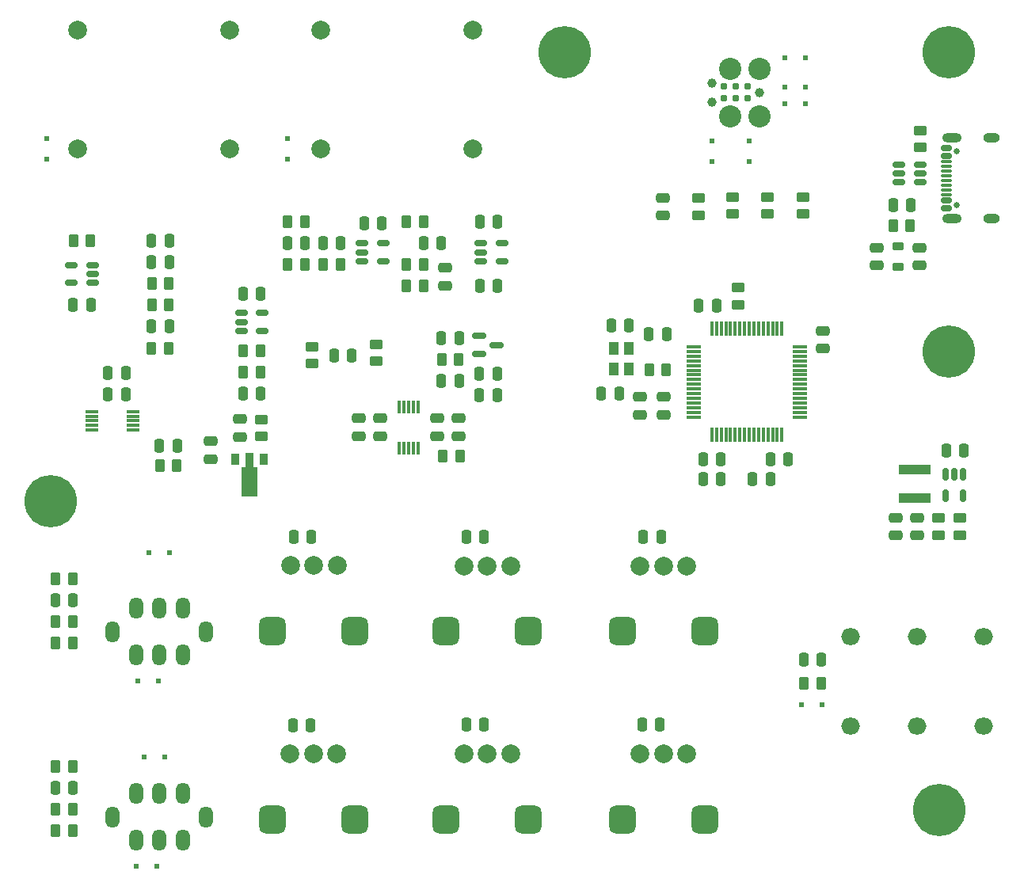
<source format=gbr>
%TF.GenerationSoftware,KiCad,Pcbnew,7.0.8*%
%TF.CreationDate,2023-12-28T00:41:14+01:00*%
%TF.ProjectId,guitar-pedal,67756974-6172-42d7-9065-64616c2e6b69,rev?*%
%TF.SameCoordinates,Original*%
%TF.FileFunction,Soldermask,Top*%
%TF.FilePolarity,Negative*%
%FSLAX46Y46*%
G04 Gerber Fmt 4.6, Leading zero omitted, Abs format (unit mm)*
G04 Created by KiCad (PCBNEW 7.0.8) date 2023-12-28 00:41:14*
%MOMM*%
%LPD*%
G01*
G04 APERTURE LIST*
G04 Aperture macros list*
%AMRoundRect*
0 Rectangle with rounded corners*
0 $1 Rounding radius*
0 $2 $3 $4 $5 $6 $7 $8 $9 X,Y pos of 4 corners*
0 Add a 4 corners polygon primitive as box body*
4,1,4,$2,$3,$4,$5,$6,$7,$8,$9,$2,$3,0*
0 Add four circle primitives for the rounded corners*
1,1,$1+$1,$2,$3*
1,1,$1+$1,$4,$5*
1,1,$1+$1,$6,$7*
1,1,$1+$1,$8,$9*
0 Add four rect primitives between the rounded corners*
20,1,$1+$1,$2,$3,$4,$5,0*
20,1,$1+$1,$4,$5,$6,$7,0*
20,1,$1+$1,$6,$7,$8,$9,0*
20,1,$1+$1,$8,$9,$2,$3,0*%
%AMFreePoly0*
4,1,9,3.862500,-0.866500,0.737500,-0.866500,0.737500,-0.450000,-0.737500,-0.450000,-0.737500,0.450000,0.737500,0.450000,0.737500,0.866500,3.862500,0.866500,3.862500,-0.866500,3.862500,-0.866500,$1*%
G04 Aperture macros list end*
%ADD10C,5.600000*%
%ADD11O,2.000000X1.800000*%
%ADD12C,2.000000*%
%ADD13RoundRect,0.075000X-0.075000X-0.700000X0.075000X-0.700000X0.075000X0.700000X-0.075000X0.700000X0*%
%ADD14RoundRect,0.075000X-0.700000X-0.075000X0.700000X-0.075000X0.700000X0.075000X-0.700000X0.075000X0*%
%ADD15C,2.374900*%
%ADD16C,0.990600*%
%ADD17C,0.787400*%
%ADD18RoundRect,0.250000X0.250000X0.475000X-0.250000X0.475000X-0.250000X-0.475000X0.250000X-0.475000X0*%
%ADD19RoundRect,0.250000X0.262500X0.450000X-0.262500X0.450000X-0.262500X-0.450000X0.262500X-0.450000X0*%
%ADD20R,0.300000X1.450000*%
%ADD21R,0.600000X0.600000*%
%ADD22RoundRect,0.250000X-0.250000X-0.475000X0.250000X-0.475000X0.250000X0.475000X-0.250000X0.475000X0*%
%ADD23RoundRect,0.250000X0.475000X-0.250000X0.475000X0.250000X-0.475000X0.250000X-0.475000X-0.250000X0*%
%ADD24RoundRect,0.700000X-0.700000X0.800000X-0.700000X-0.800000X0.700000X-0.800000X0.700000X0.800000X0*%
%ADD25RoundRect,0.250000X-0.262500X-0.450000X0.262500X-0.450000X0.262500X0.450000X-0.262500X0.450000X0*%
%ADD26RoundRect,0.250000X-0.450000X0.262500X-0.450000X-0.262500X0.450000X-0.262500X0.450000X0.262500X0*%
%ADD27RoundRect,0.250000X0.450000X-0.262500X0.450000X0.262500X-0.450000X0.262500X-0.450000X-0.262500X0*%
%ADD28RoundRect,0.150000X-0.512500X-0.150000X0.512500X-0.150000X0.512500X0.150000X-0.512500X0.150000X0*%
%ADD29RoundRect,0.250000X-0.475000X0.250000X-0.475000X-0.250000X0.475000X-0.250000X0.475000X0.250000X0*%
%ADD30RoundRect,0.218750X-0.381250X0.218750X-0.381250X-0.218750X0.381250X-0.218750X0.381250X0.218750X0*%
%ADD31R,0.900000X1.300000*%
%ADD32FreePoly0,270.000000*%
%ADD33RoundRect,0.150000X0.512500X0.150000X-0.512500X0.150000X-0.512500X-0.150000X0.512500X-0.150000X0*%
%ADD34O,1.500000X2.300000*%
%ADD35RoundRect,0.150000X-0.587500X-0.150000X0.587500X-0.150000X0.587500X0.150000X-0.587500X0.150000X0*%
%ADD36R,3.400000X1.100000*%
%ADD37R,1.450000X0.300000*%
%ADD38RoundRect,0.150000X-0.150000X0.512500X-0.150000X-0.512500X0.150000X-0.512500X0.150000X0.512500X0*%
%ADD39R,1.100000X1.400000*%
%ADD40C,0.650000*%
%ADD41RoundRect,0.150000X0.425000X-0.150000X0.425000X0.150000X-0.425000X0.150000X-0.425000X-0.150000X0*%
%ADD42RoundRect,0.075000X0.500000X-0.075000X0.500000X0.075000X-0.500000X0.075000X-0.500000X-0.075000X0*%
%ADD43O,2.100000X1.000000*%
%ADD44O,1.800000X1.000000*%
G04 APERTURE END LIST*
D10*
%TO.C,H102*%
X199000000Y-86000000D03*
%TD*%
D11*
%TO.C,SW401*%
X202742400Y-126045400D03*
X202742400Y-116445400D03*
X195642400Y-126045400D03*
X195642400Y-116445400D03*
X188542400Y-126045400D03*
X188542400Y-116445400D03*
%TD*%
D12*
%TO.C,J602*%
X105885000Y-64300000D03*
X122115000Y-64300000D03*
X122115000Y-51600000D03*
X105885000Y-51600000D03*
%TD*%
D13*
%TO.C,U301*%
X173691400Y-83530400D03*
X174191400Y-83530400D03*
X174691400Y-83530400D03*
X175191400Y-83530400D03*
X175691400Y-83530400D03*
X176191400Y-83530400D03*
X176691400Y-83530400D03*
X177191400Y-83530400D03*
X177691400Y-83530400D03*
X178191400Y-83530400D03*
X178691400Y-83530400D03*
X179191400Y-83530400D03*
X179691400Y-83530400D03*
X180191400Y-83530400D03*
X180691400Y-83530400D03*
X181191400Y-83530400D03*
D14*
X183116400Y-85455400D03*
X183116400Y-85955400D03*
X183116400Y-86455400D03*
X183116400Y-86955400D03*
X183116400Y-87455400D03*
X183116400Y-87955400D03*
X183116400Y-88455400D03*
X183116400Y-88955400D03*
X183116400Y-89455400D03*
X183116400Y-89955400D03*
X183116400Y-90455400D03*
X183116400Y-90955400D03*
X183116400Y-91455400D03*
X183116400Y-91955400D03*
X183116400Y-92455400D03*
X183116400Y-92955400D03*
D13*
X181191400Y-94880400D03*
X180691400Y-94880400D03*
X180191400Y-94880400D03*
X179691400Y-94880400D03*
X179191400Y-94880400D03*
X178691400Y-94880400D03*
X178191400Y-94880400D03*
X177691400Y-94880400D03*
X177191400Y-94880400D03*
X176691400Y-94880400D03*
X176191400Y-94880400D03*
X175691400Y-94880400D03*
X175191400Y-94880400D03*
X174691400Y-94880400D03*
X174191400Y-94880400D03*
X173691400Y-94880400D03*
D14*
X171766400Y-92955400D03*
X171766400Y-92455400D03*
X171766400Y-91955400D03*
X171766400Y-91455400D03*
X171766400Y-90955400D03*
X171766400Y-90455400D03*
X171766400Y-89955400D03*
X171766400Y-89455400D03*
X171766400Y-88955400D03*
X171766400Y-88455400D03*
X171766400Y-87955400D03*
X171766400Y-87455400D03*
X171766400Y-86955400D03*
X171766400Y-86455400D03*
X171766400Y-85955400D03*
X171766400Y-85455400D03*
%TD*%
D12*
%TO.C,J601*%
X131885000Y-64300000D03*
X148115000Y-64300000D03*
X148115000Y-51600000D03*
X131885000Y-51600000D03*
%TD*%
D15*
%TO.C,J301*%
X178820000Y-60807600D03*
D16*
X178820000Y-58267600D03*
D15*
X178820000Y-55727600D03*
X175645000Y-60807600D03*
X175645000Y-55727600D03*
D16*
X173740000Y-59283600D03*
X173740000Y-57251600D03*
D17*
X177550000Y-57632600D03*
X177550000Y-58902600D03*
X176280000Y-57632600D03*
X176280000Y-58902600D03*
X175010000Y-57632600D03*
X175010000Y-58902600D03*
%TD*%
D18*
%TO.C,C305*%
X174658400Y-97460400D03*
X172758400Y-97460400D03*
%TD*%
D19*
%TO.C,R605*%
X116482500Y-98145600D03*
X114657500Y-98145600D03*
%TD*%
D20*
%TO.C,U604*%
X142286400Y-91867400D03*
X141786400Y-91867400D03*
X141286400Y-91867400D03*
X140786400Y-91867400D03*
X140286400Y-91867400D03*
X140286400Y-96267400D03*
X140786400Y-96267400D03*
X141286400Y-96267400D03*
X141786400Y-96267400D03*
X142286400Y-96267400D03*
%TD*%
D21*
%TO.C,D303*%
X177698400Y-65666800D03*
X177698400Y-63466800D03*
%TD*%
D22*
%TO.C,C601*%
X144765400Y-84488400D03*
X146665400Y-84488400D03*
%TD*%
D23*
%TO.C,C615*%
X135952400Y-95017400D03*
X135952400Y-93117400D03*
%TD*%
D19*
%TO.C,R610*%
X115634400Y-78670400D03*
X113809400Y-78670400D03*
%TD*%
D23*
%TO.C,C610*%
X146620400Y-95017400D03*
X146620400Y-93117400D03*
%TD*%
D12*
%TO.C,RV404*%
X128587200Y-128988000D03*
X131087200Y-128988000D03*
X133587200Y-128988000D03*
D24*
X126687200Y-135988000D03*
X135487200Y-135988000D03*
%TD*%
%TO.C,RV405*%
X154068400Y-135977400D03*
X145268400Y-135977400D03*
D12*
X152168400Y-128977400D03*
X149668400Y-128977400D03*
X147168400Y-128977400D03*
%TD*%
D25*
%TO.C,R404*%
X103555500Y-130349200D03*
X105380500Y-130349200D03*
%TD*%
D21*
%TO.C,D403*%
X183250900Y-123697400D03*
X185450900Y-123697400D03*
%TD*%
D23*
%TO.C,C303*%
X168551400Y-92695400D03*
X168551400Y-90795400D03*
%TD*%
D22*
%TO.C,C608*%
X132131400Y-74328400D03*
X134031400Y-74328400D03*
%TD*%
D25*
%TO.C,R608*%
X141058900Y-72042400D03*
X142883900Y-72042400D03*
%TD*%
D22*
%TO.C,C403*%
X183504400Y-118871400D03*
X185404400Y-118871400D03*
%TD*%
%TO.C,C402*%
X103518000Y-132635200D03*
X105418000Y-132635200D03*
%TD*%
D26*
%TO.C,R615*%
X130930400Y-85448900D03*
X130930400Y-87273900D03*
%TD*%
D18*
%TO.C,C409*%
X168156000Y-125828000D03*
X166256000Y-125828000D03*
%TD*%
D10*
%TO.C,H105*%
X199000000Y-54000000D03*
%TD*%
D27*
%TO.C,R501*%
X195935600Y-62333500D03*
X195935600Y-64158500D03*
%TD*%
D28*
%TO.C,U603*%
X136261900Y-74394400D03*
X136261900Y-75344400D03*
X136261900Y-76294400D03*
X138536900Y-76294400D03*
X138536900Y-74394400D03*
%TD*%
D29*
%TO.C,C621*%
X145209600Y-77024400D03*
X145209600Y-78924400D03*
%TD*%
D18*
%TO.C,C406*%
X149348400Y-105762000D03*
X147448400Y-105762000D03*
%TD*%
D22*
%TO.C,C401*%
X103506400Y-112521400D03*
X105406400Y-112521400D03*
%TD*%
D26*
%TO.C,R303*%
X179652000Y-69441900D03*
X179652000Y-71266900D03*
%TD*%
D25*
%TO.C,R502*%
X193065100Y-72538800D03*
X194890100Y-72538800D03*
%TD*%
D19*
%TO.C,R204*%
X125423900Y-88139400D03*
X123598900Y-88139400D03*
%TD*%
D22*
%TO.C,C622*%
X148895400Y-72042400D03*
X150795400Y-72042400D03*
%TD*%
D26*
%TO.C,R614*%
X137788400Y-85194900D03*
X137788400Y-87019900D03*
%TD*%
D22*
%TO.C,C616*%
X113771900Y-74098400D03*
X115671900Y-74098400D03*
%TD*%
D24*
%TO.C,RV403*%
X172926800Y-115871200D03*
X164126800Y-115871200D03*
D12*
X171026800Y-108871200D03*
X168526800Y-108871200D03*
X166026800Y-108871200D03*
%TD*%
D18*
%TO.C,C311*%
X172758400Y-99564400D03*
X174658400Y-99564400D03*
%TD*%
D29*
%TO.C,C206*%
X193344800Y-103733600D03*
X193344800Y-105633600D03*
%TD*%
D18*
%TO.C,C609*%
X114620000Y-96012000D03*
X116520000Y-96012000D03*
%TD*%
D23*
%TO.C,C612*%
X144334400Y-95017400D03*
X144334400Y-93117400D03*
%TD*%
D21*
%TO.C,D401*%
X115676400Y-107441400D03*
X113476400Y-107441400D03*
%TD*%
D26*
%TO.C,R306*%
X176479200Y-79148300D03*
X176479200Y-80973300D03*
%TD*%
D19*
%TO.C,R613*%
X107281400Y-74098400D03*
X105456400Y-74098400D03*
%TD*%
D18*
%TO.C,C302*%
X181872000Y-97481600D03*
X179972000Y-97481600D03*
%TD*%
D28*
%TO.C,U606*%
X148961900Y-74394400D03*
X148961900Y-75344400D03*
X148961900Y-76294400D03*
X151236900Y-76294400D03*
X151236900Y-74394400D03*
%TD*%
D25*
%TO.C,R205*%
X123598900Y-85853400D03*
X125423900Y-85853400D03*
%TD*%
%TO.C,R601*%
X144802900Y-86774400D03*
X146627900Y-86774400D03*
%TD*%
D18*
%TO.C,C501*%
X194978400Y-70303600D03*
X193078400Y-70303600D03*
%TD*%
D25*
%TO.C,R612*%
X141058900Y-78900400D03*
X142883900Y-78900400D03*
%TD*%
D18*
%TO.C,C308*%
X163786400Y-90475400D03*
X161886400Y-90475400D03*
%TD*%
D25*
%TO.C,R607*%
X113809400Y-80956400D03*
X115634400Y-80956400D03*
%TD*%
D22*
%TO.C,C623*%
X133282400Y-86361400D03*
X135182400Y-86361400D03*
%TD*%
D21*
%TO.C,D302*%
X183726000Y-54559200D03*
X181526000Y-54559200D03*
%TD*%
D18*
%TO.C,C619*%
X107318900Y-80956400D03*
X105418900Y-80956400D03*
%TD*%
D21*
%TO.C,D301*%
X183726000Y-57658000D03*
X181526000Y-57658000D03*
%TD*%
D29*
%TO.C,C207*%
X195630800Y-103733600D03*
X195630800Y-105633600D03*
%TD*%
D18*
%TO.C,C606*%
X130221400Y-74328400D03*
X128321400Y-74328400D03*
%TD*%
D19*
%TO.C,R603*%
X130183900Y-76614400D03*
X128358900Y-76614400D03*
%TD*%
D21*
%TO.C,D601*%
X128344000Y-63209200D03*
X128344000Y-65409200D03*
%TD*%
D28*
%TO.C,U501*%
X193726900Y-65953600D03*
X193726900Y-66903600D03*
X193726900Y-67853600D03*
X196001900Y-67853600D03*
X196001900Y-66903600D03*
X196001900Y-65953600D03*
%TD*%
D23*
%TO.C,C202*%
X191308400Y-76753400D03*
X191308400Y-74853400D03*
%TD*%
D22*
%TO.C,C607*%
X148829400Y-90584400D03*
X150729400Y-90584400D03*
%TD*%
D30*
%TO.C,L201*%
X193594400Y-74740900D03*
X193594400Y-76865900D03*
%TD*%
D19*
%TO.C,R402*%
X105380500Y-134921200D03*
X103555500Y-134921200D03*
%TD*%
D18*
%TO.C,C620*%
X150795400Y-78900400D03*
X148895400Y-78900400D03*
%TD*%
D21*
%TO.C,D304*%
X183726000Y-59436000D03*
X181526000Y-59436000D03*
%TD*%
D18*
%TO.C,C618*%
X115671900Y-76384400D03*
X113771900Y-76384400D03*
%TD*%
%TO.C,C602*%
X146665400Y-89060400D03*
X144765400Y-89060400D03*
%TD*%
D21*
%TO.C,D305*%
X173685200Y-63416000D03*
X173685200Y-65616000D03*
%TD*%
D29*
%TO.C,C201*%
X195880400Y-74853400D03*
X195880400Y-76753400D03*
%TD*%
D31*
%TO.C,U201*%
X125768400Y-97451400D03*
D32*
X124268400Y-97538900D03*
D31*
X122768400Y-97451400D03*
%TD*%
D21*
%TO.C,D602*%
X102588400Y-63209200D03*
X102588400Y-65409200D03*
%TD*%
D33*
%TO.C,U605*%
X107506400Y-78604400D03*
X107506400Y-77654400D03*
X107506400Y-76704400D03*
X105231400Y-76704400D03*
X105231400Y-78604400D03*
%TD*%
D19*
%TO.C,R611*%
X142883900Y-76614400D03*
X141058900Y-76614400D03*
%TD*%
D18*
%TO.C,C603*%
X111033600Y-88239600D03*
X109133600Y-88239600D03*
%TD*%
D25*
%TO.C,R602*%
X128358900Y-72042400D03*
X130183900Y-72042400D03*
%TD*%
D18*
%TO.C,C407*%
X149360000Y-125878800D03*
X147460000Y-125878800D03*
%TD*%
D25*
%TO.C,R403*%
X103543900Y-110235400D03*
X105368900Y-110235400D03*
%TD*%
D22*
%TO.C,C310*%
X172301200Y-81022400D03*
X174201200Y-81022400D03*
%TD*%
D23*
%TO.C,C614*%
X138238400Y-95017400D03*
X138238400Y-93117400D03*
%TD*%
D25*
%TO.C,R604*%
X132168900Y-76614400D03*
X133993900Y-76614400D03*
%TD*%
D18*
%TO.C,C307*%
X168866400Y-84125400D03*
X166966400Y-84125400D03*
%TD*%
D21*
%TO.C,D402*%
X113008400Y-129325400D03*
X115208400Y-129325400D03*
%TD*%
D23*
%TO.C,C306*%
X166011400Y-92695400D03*
X166011400Y-90795400D03*
%TD*%
D18*
%TO.C,C617*%
X144788000Y-74328400D03*
X142888000Y-74328400D03*
%TD*%
D22*
%TO.C,C304*%
X162942400Y-83145400D03*
X164842400Y-83145400D03*
%TD*%
D26*
%TO.C,R304*%
X183411200Y-69441900D03*
X183411200Y-71266900D03*
%TD*%
%TO.C,R203*%
X200202800Y-103771100D03*
X200202800Y-105596100D03*
%TD*%
D34*
%TO.C,SW402*%
X117116400Y-113411400D03*
X114616400Y-113411400D03*
X112116400Y-113411400D03*
X117116400Y-118411400D03*
X114616400Y-118411400D03*
X112116400Y-118411400D03*
X119616400Y-115911400D03*
X109616400Y-115911400D03*
%TD*%
D29*
%TO.C,C309*%
X185595600Y-83730000D03*
X185595600Y-85630000D03*
%TD*%
D26*
%TO.C,R305*%
X175892800Y-69443800D03*
X175892800Y-71268800D03*
%TD*%
D18*
%TO.C,C408*%
X168257600Y-105762000D03*
X166357600Y-105762000D03*
%TD*%
D23*
%TO.C,C203*%
X123276400Y-95099400D03*
X123276400Y-93199400D03*
%TD*%
D22*
%TO.C,C611*%
X136515400Y-72284800D03*
X138415400Y-72284800D03*
%TD*%
D35*
%TO.C,U601*%
X148841900Y-84300400D03*
X148841900Y-86200400D03*
X150716900Y-85250400D03*
%TD*%
D36*
%TO.C,L202*%
X195376800Y-98587600D03*
X195376800Y-101587600D03*
%TD*%
D18*
%TO.C,C208*%
X125461400Y-90425400D03*
X123561400Y-90425400D03*
%TD*%
D34*
%TO.C,SW403*%
X117116400Y-133223400D03*
X114616400Y-133223400D03*
X112116400Y-133223400D03*
X117116400Y-138223400D03*
X114616400Y-138223400D03*
X112116400Y-138223400D03*
X119616400Y-135723400D03*
X109616400Y-135723400D03*
%TD*%
D37*
%TO.C,U602*%
X107449600Y-92366800D03*
X107449600Y-92866800D03*
X107449600Y-93366800D03*
X107449600Y-93866800D03*
X107449600Y-94366800D03*
X111849600Y-94366800D03*
X111849600Y-93866800D03*
X111849600Y-93366800D03*
X111849600Y-92866800D03*
X111849600Y-92366800D03*
%TD*%
D18*
%TO.C,C613*%
X115671900Y-83242400D03*
X113771900Y-83242400D03*
%TD*%
D10*
%TO.C,H104*%
X158000000Y-54000000D03*
%TD*%
D21*
%TO.C,D405*%
X112184000Y-140970000D03*
X114384000Y-140970000D03*
%TD*%
D22*
%TO.C,C301*%
X178041600Y-99615200D03*
X179941600Y-99615200D03*
%TD*%
D38*
%TO.C,U202*%
X200578800Y-99106600D03*
X199628800Y-99106600D03*
X198678800Y-99106600D03*
X198678800Y-101381600D03*
X200578800Y-101381600D03*
%TD*%
D27*
%TO.C,R202*%
X197916800Y-105596100D03*
X197916800Y-103771100D03*
%TD*%
D24*
%TO.C,RV402*%
X154080000Y-115871200D03*
X145280000Y-115871200D03*
D12*
X152180000Y-108871200D03*
X149680000Y-108871200D03*
X147180000Y-108871200D03*
%TD*%
D25*
%TO.C,R405*%
X183541900Y-121411400D03*
X185366900Y-121411400D03*
%TD*%
D18*
%TO.C,C404*%
X130868800Y-105762000D03*
X128968800Y-105762000D03*
%TD*%
D22*
%TO.C,C605*%
X148829400Y-88298400D03*
X150729400Y-88298400D03*
%TD*%
D19*
%TO.C,R406*%
X105368900Y-117093400D03*
X103543900Y-117093400D03*
%TD*%
D39*
%TO.C,Y301*%
X163244900Y-85649400D03*
X163244900Y-87849400D03*
X164844900Y-87849400D03*
X164844900Y-85649400D03*
%TD*%
D10*
%TO.C,H101*%
X103000000Y-102000000D03*
%TD*%
D23*
%TO.C,C205*%
X120091200Y-97470000D03*
X120091200Y-95570000D03*
%TD*%
D26*
%TO.C,R302*%
X172235200Y-69561100D03*
X172235200Y-71386100D03*
%TD*%
D28*
%TO.C,U203*%
X123373900Y-81855400D03*
X123373900Y-82805400D03*
X123373900Y-83755400D03*
X125648900Y-83755400D03*
X125648900Y-81855400D03*
%TD*%
D22*
%TO.C,C209*%
X123561400Y-79757400D03*
X125461400Y-79757400D03*
%TD*%
D40*
%TO.C,J501*%
X199879400Y-70311400D03*
X199879400Y-64531400D03*
D41*
X198804400Y-70621400D03*
X198804400Y-69821400D03*
D42*
X198804400Y-68671400D03*
X198804400Y-67671400D03*
X198804400Y-67171400D03*
X198804400Y-66171400D03*
D41*
X198804400Y-65021400D03*
X198804400Y-64221400D03*
X198804400Y-64221400D03*
X198804400Y-65021400D03*
D42*
X198804400Y-65671400D03*
X198804400Y-66671400D03*
X198804400Y-68171400D03*
X198804400Y-69171400D03*
D41*
X198804400Y-69821400D03*
X198804400Y-70621400D03*
D43*
X199379400Y-71741400D03*
D44*
X203559400Y-71741400D03*
D43*
X199379400Y-63101400D03*
D44*
X203559400Y-63101400D03*
%TD*%
D18*
%TO.C,C604*%
X111033600Y-90525600D03*
X109133600Y-90525600D03*
%TD*%
D24*
%TO.C,RV401*%
X135526400Y-115859400D03*
X126726400Y-115859400D03*
D12*
X133626400Y-108859400D03*
X131126400Y-108859400D03*
X128626400Y-108859400D03*
%TD*%
D19*
%TO.C,R401*%
X105368900Y-114804400D03*
X103543900Y-114804400D03*
%TD*%
D18*
%TO.C,C204*%
X200644800Y-96555600D03*
X198744800Y-96555600D03*
%TD*%
D25*
%TO.C,R609*%
X144945900Y-97115400D03*
X146770900Y-97115400D03*
%TD*%
%TO.C,R301*%
X167003900Y-87935400D03*
X168828900Y-87935400D03*
%TD*%
D19*
%TO.C,R407*%
X105380500Y-137207200D03*
X103555500Y-137207200D03*
%TD*%
D25*
%TO.C,R606*%
X113778900Y-85594400D03*
X115603900Y-85594400D03*
%TD*%
D24*
%TO.C,RV406*%
X172926800Y-135988000D03*
X164126800Y-135988000D03*
D12*
X171026800Y-128988000D03*
X168526800Y-128988000D03*
X166026800Y-128988000D03*
%TD*%
D26*
%TO.C,R201*%
X125562400Y-93236900D03*
X125562400Y-95061900D03*
%TD*%
D10*
%TO.C,H103*%
X198000000Y-135000000D03*
%TD*%
D21*
%TO.C,D404*%
X112285600Y-121208800D03*
X114485600Y-121208800D03*
%TD*%
D18*
%TO.C,C405*%
X130804400Y-125899400D03*
X128904400Y-125899400D03*
%TD*%
D23*
%TO.C,C312*%
X168425200Y-71423600D03*
X168425200Y-69523600D03*
%TD*%
M02*

</source>
